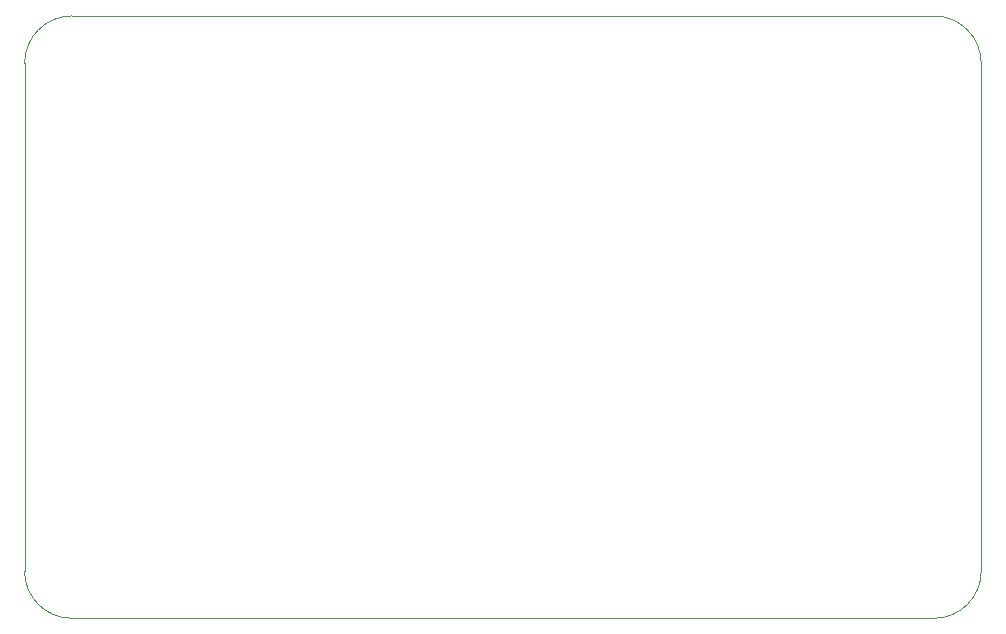
<source format=gbr>
%TF.GenerationSoftware,KiCad,Pcbnew,7.0.10-7.0.10~ubuntu22.04.1*%
%TF.CreationDate,2024-03-18T23:14:28+01:00*%
%TF.ProjectId,sdrac_board,73647261-635f-4626-9f61-72642e6b6963,2.0*%
%TF.SameCoordinates,Original*%
%TF.FileFunction,Profile,NP*%
%FSLAX46Y46*%
G04 Gerber Fmt 4.6, Leading zero omitted, Abs format (unit mm)*
G04 Created by KiCad (PCBNEW 7.0.10-7.0.10~ubuntu22.04.1) date 2024-03-18 23:14:28*
%MOMM*%
%LPD*%
G01*
G04 APERTURE LIST*
%TA.AperFunction,Profile*%
%ADD10C,0.100000*%
%TD*%
G04 APERTURE END LIST*
D10*
X75500000Y-43100000D02*
G75*
G03*
X79500000Y-39100000I0J4000000D01*
G01*
X79500000Y3900000D02*
G75*
G03*
X75500000Y7900000I-4000000J0D01*
G01*
X2500000Y7900000D02*
G75*
G03*
X-1500000Y3900000I0J-4000000D01*
G01*
X79500000Y-39100000D02*
X79500000Y3900000D01*
X-1500000Y3900000D02*
X-1500000Y-39100000D01*
X2500000Y-43100000D02*
X75500000Y-43100000D01*
X-1500000Y-39100000D02*
G75*
G03*
X2500000Y-43100000I4000000J0D01*
G01*
X75500000Y7900000D02*
X2500000Y7900000D01*
M02*

</source>
